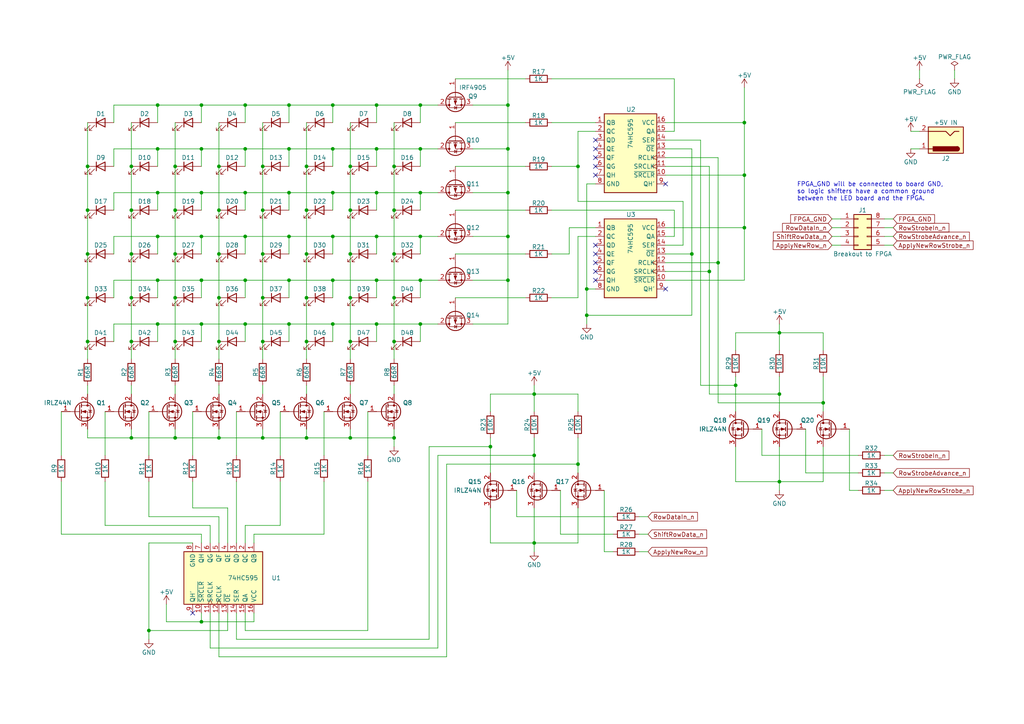
<source format=kicad_sch>
(kicad_sch (version 20230121) (generator eeschema)
  (paper "A4")
  (title_block (title "Small LED Board") (rev "1.0"))
  (lib_symbols
    (symbol "74xx:74HC595"
      (property "Reference" "U1" (at -1.27 13.97 90))
      (property "Value" "74HC595" (at 0 2.54 90))
      (symbol "74HC595_1_0"
        (pin tri_state line (at -10.16 10.16 0) (length 2.54) (name "QB") (number "1"))
        (pin input line (at 10.16 -5.08 180) (length 2.54) (name "~{SRCLR}") (number "10"))
        (pin input clock (at 10.16 -2.54 180) (length 2.54) (name "SRCLK") (number "11"))
        (pin input clock (at 10.16 0 180) (length 2.54) (name "RCLK") (number "12"))
        (pin input line (at 10.16 2.54 180) (length 2.54) (name "~{OE}") (number "13"))
        (pin input line (at 10.16 5.08 180) (length 2.54) (name "SER") (number "14"))
        (pin tri_state line (at 10.16 7.62 180) (length 2.54) (name "QA") (number "15"))
        (pin power_in line (at 10.16 10.16 180) (length 2.54) (name "VCC") (number "16"))
        (pin tri_state line (at -10.16 7.62 0) (length 2.54) (name "QC") (number "2"))
        (pin tri_state line (at -10.16 5.08 0) (length 2.54) (name "QD") (number "3"))
        (pin tri_state line (at -10.16 2.54 0) (length 2.54) (name "QE") (number "4"))
        (pin tri_state line (at -10.16 0 0) (length 2.54) (name "QF") (number "5"))
        (pin tri_state line (at -10.16 -2.54 0) (length 2.54) (name "QG") (number "6"))
        (pin tri_state line (at -10.16 -5.08 0) (length 2.54) (name "QH") (number "7"))
        (pin power_in line (at -10.16 -7.62 0) (length 2.54) (name "GND") (number "8"))
        (pin output line (at 10.16 -7.62 180) (length 2.54) (name "QH'") (number "9"))
      )
    )
    (symbol "Connector:Barrel_Jack" (pin_names (offset 1.016))
      (property "Reference" "J" (at 0 5.334 0))
      (property "Value" "Barrel_Jack" (at 0 -5.08 0))
      (symbol "Barrel_Jack_1_1"
        (pin passive line (at 7.62 2.54 180) (length 2.54) (name "~") (number "1"))
        (pin passive line (at 7.62 -2.54 180) (length 2.54) (name "~") (number "2"))
      )
    )
    (symbol "Connector_Generic:Conn_02x04_Counter_Clockwise" (pin_names (offset 1.016) hide)
      (property "Reference" "J" (at 1.27 5.08 0))
      (property "Value" "Conn_02x04_Counter_Clockwise" (at 1.27 -7.62 0))
      (symbol "Conn_02x04_Counter_Clockwise_1_1"
        (pin passive line (at -5.08 2.54 0) (length 3.81) (name "Pin_1") (number "1"))
        (pin passive line (at -5.08 0 0) (length 3.81) (name "Pin_2") (number "2"))
        (pin passive line (at -5.08 -2.54 0) (length 3.81) (name "Pin_3") (number "3"))
        (pin passive line (at -5.08 -5.08 0) (length 3.81) (name "Pin_4") (number "4"))
        (pin passive line (at 7.62 -5.08 180) (length 3.81) (name "Pin_5") (number "5"))
        (pin passive line (at 7.62 -2.54 180) (length 3.81) (name "Pin_6") (number "6"))
        (pin passive line (at 7.62 0 180) (length 3.81) (name "Pin_7") (number "7"))
        (pin passive line (at 7.62 2.54 180) (length 3.81) (name "Pin_8") (number "8"))
      )
    )
    (symbol "Device:LED" (pin_numbers hide) (pin_names (offset 1.016) hide)
      (property "Reference" "D" (at 0 2.54 0))
      (property "Value" "LED" (at 0 -2.54 0))
      (symbol "LED_1_1"
        (pin passive line (at -3.81 0 0) (length 2.54) (name "K") (number "1"))
        (pin passive line (at 3.81 0 180) (length 2.54) (name "A") (number "2"))
      )
    )
    (symbol "Device:R" (pin_numbers hide) (pin_names (offset 0))
      (property "Reference" "R" (at 2.032 0 90))
      (property "Value" "R" (at 0 0 90))
      (symbol "R_1_1"
        (pin passive line (at 0 3.81 270) (length 1.27) (name "~") (number "1"))
        (pin passive line (at 0 -3.81 90) (length 1.27) (name "~") (number "2"))
      )
    )
    (symbol "Transistor_FET:IRF4905" (pin_names hide)
      (property "Reference" "Q" (at 5.08 1.905 0))
      (property "Value" "IRF4905" (at 5.08 0 0))
      (symbol "IRF4905_1_1"
        (pin input line (at -5.08 0 0) (length 2.54) (name "G") (number "1"))
        (pin passive line (at 2.54 5.08 270) (length 2.54) (name "D") (number "2"))
        (pin passive line (at 2.54 -5.08 90) (length 2.54) (name "S") (number "3"))
      )
    )
    (symbol "Transistor_FET:IRLZ44N" (pin_names hide)
      (property "Reference" "Q" (at 6.35 1.905 0))
      (property "Value" "IRLZ44N" (at 6.35 0 0))
      (symbol "IRLZ44N_1_1"
        (pin input line (at -5.08 0 0) (length 2.54) (name "G") (number "1"))
        (pin passive line (at 2.54 5.08 270) (length 2.54) (name "D") (number "2"))
        (pin passive line (at 2.54 -5.08 90) (length 2.54) (name "S") (number "3"))
      )
    )
    (symbol "power:+5V" (power) (pin_names (offset 0))
      (property "Value" "+5V" (at 0 3.556 0))
      (symbol "+5V_1_1"
        (pin power_in line (at 0 0 90) (length 0) hide (name "+5V") (number "1"))
      )
    )
    (symbol "power:GND" (power) (pin_names (offset 0))
      (property "Value" "GND" (at 0 -3.81 0))
      (symbol "GND_1_1"
        (pin power_in line (at 0 0 270) (length 0) hide (name "GND") (number "1"))
      )
    )
    (symbol "power:PWR_FLAG" (power) (pin_numbers hide) (pin_names (offset 0) hide)
      (property "Value" "PWR_FLAG" (at 0 3.81 0))
      (symbol "PWR_FLAG_0_0"
        (pin power_out line (at 0 0 90) (length 0) (name "pwr") (number "1"))
      )
    )
  )
  (junction (at 63.5 48.26))
  (junction (at 109.22 55.88))
  (junction (at 58.42 55.88))
  (junction (at 45.72 68.58))
  (junction (at 71.12 43.18))
  (junction (at 226.06 139.7))
  (junction (at 50.8 73.66))
  (junction (at 114.3 99.06))
  (junction (at 38.1 86.36))
  (junction (at 167.64 48.26))
  (junction (at 83.82 93.98))
  (junction (at 45.72 93.98))
  (junction (at 88.9 60.96))
  (junction (at 50.8 60.96))
  (junction (at 38.1 73.66))
  (junction (at 63.5 73.66))
  (junction (at 58.42 81.28))
  (junction (at 76.2 99.06))
  (junction (at 96.52 81.28))
  (junction (at 83.82 43.18))
  (junction (at 50.8 99.06))
  (junction (at 215.9 50.8))
  (junction (at 71.12 55.88))
  (junction (at 63.5 86.36))
  (junction (at 167.64 134.62))
  (junction (at 121.92 55.88))
  (junction (at 226.06 96.52))
  (junction (at 88.9 86.36))
  (junction (at 88.9 127))
  (junction (at 71.12 68.58))
  (junction (at 58.42 30.48))
  (junction (at 38.1 60.96))
  (junction (at 45.72 81.28))
  (junction (at 71.12 30.48))
  (junction (at 96.52 43.18))
  (junction (at 147.32 68.58))
  (junction (at 147.32 43.18))
  (junction (at 109.22 43.18))
  (junction (at 114.3 86.36))
  (junction (at 170.18 91.44))
  (junction (at 154.94 114.3))
  (junction (at 25.4 86.36))
  (junction (at 50.8 48.26))
  (junction (at 109.22 30.48))
  (junction (at 208.28 76.2))
  (junction (at 83.82 55.88))
  (junction (at 109.22 68.58))
  (junction (at 83.82 30.48))
  (junction (at 71.12 81.28))
  (junction (at 109.22 93.98))
  (junction (at 63.5 60.96))
  (junction (at 88.9 48.26))
  (junction (at 238.76 116.84))
  (junction (at 50.8 127))
  (junction (at 96.52 68.58))
  (junction (at 121.92 43.18))
  (junction (at 96.52 55.88))
  (junction (at 114.3 48.26))
  (junction (at 101.6 73.66))
  (junction (at 226.06 114.3))
  (junction (at 76.2 127))
  (junction (at 63.5 99.06))
  (junction (at 101.6 48.26))
  (junction (at 38.1 127))
  (junction (at 38.1 48.26))
  (junction (at 58.42 68.58))
  (junction (at 83.82 68.58))
  (junction (at 101.6 60.96))
  (junction (at 50.8 86.36))
  (junction (at 76.2 86.36))
  (junction (at 142.24 129.54))
  (junction (at 43.18 182.88))
  (junction (at 25.4 60.96))
  (junction (at 121.92 30.48))
  (junction (at 154.94 157.48))
  (junction (at 147.32 81.28))
  (junction (at 121.92 68.58))
  (junction (at 76.2 60.96))
  (junction (at 101.6 127))
  (junction (at 88.9 73.66))
  (junction (at 114.3 60.96))
  (junction (at 215.9 35.56))
  (junction (at 101.6 86.36))
  (junction (at 101.6 99.06))
  (junction (at 121.92 93.98))
  (junction (at 154.94 132.08))
  (junction (at 71.12 93.98))
  (junction (at 45.72 43.18))
  (junction (at 215.9 66.04))
  (junction (at 96.52 93.98))
  (junction (at 170.18 83.82))
  (junction (at 38.1 99.06))
  (junction (at 45.72 30.48))
  (junction (at 58.42 93.98))
  (junction (at 58.42 43.18))
  (junction (at 63.5 127))
  (junction (at 147.32 55.88))
  (junction (at 109.22 81.28))
  (junction (at 114.3 127))
  (junction (at 25.4 73.66))
  (junction (at 58.42 180.34))
  (junction (at 205.74 78.74))
  (junction (at 114.3 73.66))
  (junction (at 88.9 99.06))
  (junction (at 96.52 30.48))
  (junction (at 25.4 48.26))
  (junction (at 45.72 55.88))
  (junction (at 121.92 81.28))
  (junction (at 213.36 111.76))
  (junction (at 76.2 73.66))
  (junction (at 147.32 30.48))
  (junction (at 25.4 99.06))
  (junction (at 200.66 73.66))
  (junction (at 83.82 81.28))
  (junction (at 76.2 48.26))
  (no_connect (at 193.04 53.34))
  (no_connect (at 172.72 45.72))
  (no_connect (at 172.72 73.66))
  (no_connect (at 172.72 81.28))
  (no_connect (at 172.72 48.26))
  (no_connect (at 172.72 76.2))
  (no_connect (at 193.04 83.82))
  (no_connect (at 172.72 78.74))
  (no_connect (at 172.72 40.64))
  (no_connect (at 172.72 43.18))
  (no_connect (at 172.72 71.12))
  (no_connect (at 172.72 50.8))
  (no_connect (at 55.88 177.8))
  (wire (pts (xy 83.82 55.88) (xy 96.52 55.88)))
  (wire (pts (xy 238.76 96.52) (xy 238.76 101.6)))
  (wire (pts (xy 109.22 86.36) (xy 109.22 81.28)))
  (wire (pts (xy 83.82 30.48) (xy 96.52 30.48)))
  (wire (pts (xy 246.38 124.46) (xy 246.38 142.24)))
  (wire (pts (xy 38.1 73.66) (xy 38.1 86.36)))
  (wire (pts (xy 25.4 48.26) (xy 25.4 60.96)))
  (wire (pts (xy 167.64 157.48) (xy 167.64 147.32)))
  (wire (pts (xy 96.52 81.28) (xy 109.22 81.28)))
  (wire (pts (xy 195.58 22.86) (xy 195.58 38.1)))
  (wire (pts (xy 38.1 35.56) (xy 38.1 48.26)))
  (wire (pts (xy 142.24 114.3) (xy 154.94 114.3)))
  (wire (pts (xy 109.22 55.88) (xy 121.92 55.88)))
  (wire (pts (xy 205.74 78.74) (xy 205.74 114.3)))
  (wire (pts (xy 154.94 132.08) (xy 154.94 137.16)))
  (wire (pts (xy 83.82 86.36) (xy 83.82 81.28)))
  (wire (pts (xy 63.5 35.56) (xy 63.5 48.26)))
  (wire (pts (xy 137.16 81.28) (xy 147.32 81.28)))
  (wire (pts (xy 38.1 48.26) (xy 38.1 60.96)))
  (wire (pts (xy 193.04 45.72) (xy 208.28 45.72)))
  (wire (pts (xy 76.2 99.06) (xy 76.2 104.14)))
  (wire (pts (xy 71.12 68.58) (xy 83.82 68.58)))
  (wire (pts (xy 71.12 60.96) (xy 71.12 55.88)))
  (wire (pts (xy 68.58 177.8) (xy 68.58 185.42)))
  (wire (pts (xy 71.12 81.28) (xy 83.82 81.28)))
  (wire (pts (xy 63.5 48.26) (xy 63.5 60.96)))
  (wire (pts (xy 38.1 127) (xy 38.1 124.46)))
  (wire (pts (xy 121.92 30.48) (xy 127 30.48)))
  (wire (pts (xy 160.02 22.86) (xy 195.58 22.86)))
  (wire (pts (xy 63.5 190.5) (xy 129.54 190.5)))
  (wire (pts (xy 109.22 35.56) (xy 109.22 30.48)))
  (wire (pts (xy 83.82 48.26) (xy 83.82 43.18)))
  (wire (pts (xy 45.72 86.36) (xy 45.72 81.28)))
  (wire (pts (xy 43.18 149.86) (xy 63.5 149.86)))
  (wire (pts (xy 43.18 119.38) (xy 43.18 132.08)))
  (wire (pts (xy 60.96 152.4) (xy 30.48 152.4)))
  (wire (pts (xy 66.04 177.8) (xy 66.04 182.88)))
  (wire (pts (xy 142.24 119.38) (xy 142.24 114.3)))
  (wire (pts (xy 76.2 73.66) (xy 76.2 86.36)))
  (wire (pts (xy 45.72 68.58) (xy 58.42 68.58)))
  (wire (pts (xy 109.22 68.58) (xy 121.92 68.58)))
  (wire (pts (xy 68.58 119.38) (xy 68.58 132.08)))
  (wire (pts (xy 172.72 53.34) (xy 170.18 53.34)))
  (wire (pts (xy 83.82 35.56) (xy 83.82 30.48)))
  (wire (pts (xy 50.8 86.36) (xy 50.8 99.06)))
  (wire (pts (xy 88.9 127) (xy 88.9 124.46)))
  (wire (pts (xy 83.82 99.06) (xy 83.82 93.98)))
  (wire (pts (xy 30.48 119.38) (xy 30.48 132.08)))
  (wire (pts (xy 121.92 55.88) (xy 127 55.88)))
  (wire (pts (xy 25.4 127) (xy 38.1 127)))
  (wire (pts (xy 109.22 81.28) (xy 121.92 81.28)))
  (wire (pts (xy 121.92 93.98) (xy 127 93.98)))
  (wire (pts (xy 154.94 111.76) (xy 154.94 114.3)))
  (wire (pts (xy 193.04 43.18) (xy 200.66 43.18)))
  (wire (pts (xy 50.8 60.96) (xy 50.8 73.66)))
  (wire (pts (xy 58.42 73.66) (xy 58.42 68.58)))
  (wire (pts (xy 198.12 58.42) (xy 167.64 58.42)))
  (wire (pts (xy 33.02 60.96) (xy 33.02 55.88)))
  (wire (pts (xy 165.1 66.04) (xy 165.1 73.66)))
  (wire (pts (xy 73.66 154.94) (xy 93.98 154.94)))
  (wire (pts (xy 81.28 139.7) (xy 81.28 152.4)))
  (wire (pts (xy 162.56 154.94) (xy 177.8 154.94)))
  (wire (pts (xy 167.64 127) (xy 167.64 134.62)))
  (wire (pts (xy 50.8 111.76) (xy 50.8 114.3)))
  (wire (pts (xy 170.18 83.82) (xy 172.72 83.82)))
  (wire (pts (xy 208.28 116.84) (xy 238.76 116.84)))
  (wire (pts (xy 147.32 93.98) (xy 147.32 81.28)))
  (wire (pts (xy 147.32 68.58) (xy 147.32 55.88)))
  (wire (pts (xy 25.4 73.66) (xy 25.4 86.36)))
  (wire (pts (xy 124.46 129.54) (xy 142.24 129.54)))
  (wire (pts (xy 50.8 48.26) (xy 50.8 60.96)))
  (wire (pts (xy 193.04 78.74) (xy 205.74 78.74)))
  (wire (pts (xy 96.52 68.58) (xy 109.22 68.58)))
  (wire (pts (xy 226.06 139.7) (xy 238.76 139.7)))
  (wire (pts (xy 154.94 157.48) (xy 167.64 157.48)))
  (wire (pts (xy 71.12 99.06) (xy 71.12 93.98)))
  (wire (pts (xy 193.04 48.26) (xy 205.74 48.26)))
  (wire (pts (xy 43.18 182.88) (xy 43.18 185.42)))
  (wire (pts (xy 50.8 99.06) (xy 50.8 104.14)))
  (wire (pts (xy 276.86 22.86) (xy 276.86 20.32)))
  (wire (pts (xy 200.66 73.66) (xy 200.66 91.44)))
  (wire (pts (xy 101.6 35.56) (xy 101.6 48.26)))
  (wire (pts (xy 76.2 60.96) (xy 76.2 73.66)))
  (wire (pts (xy 160.02 35.56) (xy 172.72 35.56)))
  (wire (pts (xy 71.12 152.4) (xy 81.28 152.4)))
  (wire (pts (xy 121.92 60.96) (xy 121.92 55.88)))
  (wire (pts (xy 83.82 60.96) (xy 83.82 55.88)))
  (wire (pts (xy 48.26 175.26) (xy 48.26 180.34)))
  (wire (pts (xy 203.2 111.76) (xy 213.36 111.76)))
  (wire (pts (xy 48.26 180.34) (xy 58.42 180.34)))
  (wire (pts (xy 137.16 30.48) (xy 147.32 30.48)))
  (wire (pts (xy 213.36 96.52) (xy 226.06 96.52)))
  (wire (pts (xy 101.6 111.76) (xy 101.6 114.3)))
  (wire (pts (xy 17.78 154.94) (xy 58.42 154.94)))
  (wire (pts (xy 96.52 30.48) (xy 109.22 30.48)))
  (wire (pts (xy 58.42 68.58) (xy 71.12 68.58)))
  (wire (pts (xy 83.82 43.18) (xy 96.52 43.18)))
  (wire (pts (xy 167.64 114.3) (xy 167.64 119.38)))
  (wire (pts (xy 137.16 68.58) (xy 147.32 68.58)))
  (wire (pts (xy 63.5 60.96) (xy 63.5 73.66)))
  (wire (pts (xy 121.92 99.06) (xy 121.92 93.98)))
  (wire (pts (xy 193.04 71.12) (xy 198.12 71.12)))
  (wire (pts (xy 193.04 76.2) (xy 208.28 76.2)))
  (wire (pts (xy 45.72 55.88) (xy 58.42 55.88)))
  (wire (pts (xy 101.6 99.06) (xy 101.6 104.14)))
  (wire (pts (xy 71.12 55.88) (xy 83.82 55.88)))
  (wire (pts (xy 193.04 73.66) (xy 200.66 73.66)))
  (wire (pts (xy 101.6 127) (xy 114.3 127)))
  (wire (pts (xy 45.72 48.26) (xy 45.72 43.18)))
  (wire (pts (xy 33.02 30.48) (xy 45.72 30.48)))
  (wire (pts (xy 43.18 182.88) (xy 66.04 182.88)))
  (wire (pts (xy 76.2 127) (xy 76.2 124.46)))
  (wire (pts (xy 76.2 127) (xy 88.9 127)))
  (wire (pts (xy 114.3 73.66) (xy 114.3 86.36)))
  (wire (pts (xy 43.18 139.7) (xy 43.18 149.86)))
  (wire (pts (xy 172.72 66.04) (xy 165.1 66.04)))
  (wire (pts (xy 167.64 134.62) (xy 167.64 137.16)))
  (wire (pts (xy 71.12 43.18) (xy 83.82 43.18)))
  (wire (pts (xy 25.4 99.06) (xy 25.4 104.14)))
  (wire (pts (xy 114.3 127) (xy 114.3 129.54)))
  (wire (pts (xy 106.68 182.88) (xy 71.12 182.88)))
  (wire (pts (xy 50.8 127) (xy 50.8 124.46)))
  (wire (pts (xy 88.9 48.26) (xy 88.9 60.96)))
  (wire (pts (xy 88.9 111.76) (xy 88.9 114.3)))
  (wire (pts (xy 96.52 86.36) (xy 96.52 81.28)))
  (wire (pts (xy 213.36 139.7) (xy 213.36 129.54)))
  (wire (pts (xy 71.12 48.26) (xy 71.12 43.18)))
  (wire (pts (xy 96.52 35.56) (xy 96.52 30.48)))
  (wire (pts (xy 73.66 157.48) (xy 73.66 154.94)))
  (wire (pts (xy 208.28 76.2) (xy 208.28 116.84)))
  (wire (pts (xy 129.54 134.62) (xy 167.64 134.62)))
  (wire (pts (xy 63.5 127) (xy 76.2 127)))
  (wire (pts (xy 63.5 86.36) (xy 63.5 99.06)))
  (wire (pts (xy 66.04 147.32) (xy 55.88 147.32)))
  (wire (pts (xy 68.58 139.7) (xy 68.58 157.48)))
  (wire (pts (xy 238.76 116.84) (xy 238.76 119.38)))
  (wire (pts (xy 147.32 55.88) (xy 147.32 43.18)))
  (wire (pts (xy 96.52 99.06) (xy 96.52 93.98)))
  (wire (pts (xy 266.7 38.1) (xy 264.16 38.1)))
  (wire (pts (xy 50.8 73.66) (xy 50.8 86.36)))
  (wire (pts (xy 154.94 114.3) (xy 154.94 119.38)))
  (wire (pts (xy 60.96 187.96) (xy 127 187.96)))
  (wire (pts (xy 167.64 68.58) (xy 167.64 86.36)))
  (wire (pts (xy 154.94 147.32) (xy 154.94 157.48)))
  (wire (pts (xy 17.78 139.7) (xy 17.78 154.94)))
  (wire (pts (xy 226.06 129.54) (xy 226.06 139.7)))
  (wire (pts (xy 58.42 93.98) (xy 71.12 93.98)))
  (wire (pts (xy 132.08 35.56) (xy 152.4 35.56)))
  (wire (pts (xy 43.18 157.48) (xy 43.18 182.88)))
  (wire (pts (xy 162.56 142.24) (xy 162.56 154.94)))
  (wire (pts (xy 101.6 73.66) (xy 101.6 86.36)))
  (wire (pts (xy 63.5 149.86) (xy 63.5 157.48)))
  (wire (pts (xy 88.9 73.66) (xy 88.9 86.36)))
  (wire (pts (xy 76.2 86.36) (xy 76.2 99.06)))
  (wire (pts (xy 215.9 81.28) (xy 215.9 66.04)))
  (wire (pts (xy 142.24 129.54) (xy 142.24 137.16)))
  (wire (pts (xy 172.72 38.1) (xy 167.64 38.1)))
  (wire (pts (xy 121.92 35.56) (xy 121.92 30.48)))
  (wire (pts (xy 215.9 50.8) (xy 215.9 66.04)))
  (wire (pts (xy 71.12 86.36) (xy 71.12 81.28)))
  (wire (pts (xy 68.58 185.42) (xy 124.46 185.42)))
  (wire (pts (xy 33.02 73.66) (xy 33.02 68.58)))
  (wire (pts (xy 114.3 99.06) (xy 114.3 104.14)))
  (wire (pts (xy 106.68 119.38) (xy 106.68 132.08)))
  (wire (pts (xy 154.94 157.48) (xy 142.24 157.48)))
  (wire (pts (xy 147.32 81.28) (xy 147.32 68.58)))
  (wire (pts (xy 170.18 53.34) (xy 170.18 83.82)))
  (wire (pts (xy 76.2 111.76) (xy 76.2 114.3)))
  (wire (pts (xy 58.42 35.56) (xy 58.42 30.48)))
  (wire (pts (xy 71.12 93.98) (xy 83.82 93.98)))
  (wire (pts (xy 101.6 86.36) (xy 101.6 99.06)))
  (wire (pts (xy 154.94 127) (xy 154.94 132.08)))
  (wire (pts (xy 38.1 60.96) (xy 38.1 73.66)))
  (wire (pts (xy 58.42 81.28) (xy 71.12 81.28)))
  (wire (pts (xy 226.06 96.52) (xy 238.76 96.52)))
  (wire (pts (xy 33.02 48.26) (xy 33.02 43.18)))
  (wire (pts (xy 71.12 35.56) (xy 71.12 30.48)))
  (wire (pts (xy 33.02 43.18) (xy 45.72 43.18)))
  (wire (pts (xy 238.76 109.22) (xy 238.76 116.84)))
  (wire (pts (xy 33.02 99.06) (xy 33.02 93.98)))
  (wire (pts (xy 226.06 139.7) (xy 226.06 142.24)))
  (wire (pts (xy 256.54 132.08) (xy 259.08 132.08)))
  (wire (pts (xy 33.02 68.58) (xy 45.72 68.58)))
  (wire (pts (xy 198.12 58.42) (xy 198.12 71.12)))
  (wire (pts (xy 38.1 99.06) (xy 38.1 104.14)))
  (wire (pts (xy 58.42 180.34) (xy 73.66 180.34)))
  (wire (pts (xy 43.18 157.48) (xy 55.88 157.48)))
  (wire (pts (xy 226.06 139.7) (xy 213.36 139.7)))
  (wire (pts (xy 63.5 111.76) (xy 63.5 114.3)))
  (wire (pts (xy 256.54 71.12) (xy 259.08 71.12)))
  (wire (pts (xy 241.3 63.5) (xy 243.84 63.5)))
  (wire (pts (xy 96.52 48.26) (xy 96.52 43.18)))
  (wire (pts (xy 193.04 81.28) (xy 215.9 81.28)))
  (wire (pts (xy 266.7 22.86) (xy 266.7 20.32)))
  (wire (pts (xy 193.04 50.8) (xy 215.9 50.8)))
  (wire (pts (xy 55.88 119.38) (xy 55.88 132.08)))
  (wire (pts (xy 215.9 25.4) (xy 215.9 35.56)))
  (wire (pts (xy 63.5 73.66) (xy 63.5 86.36)))
  (wire (pts (xy 121.92 73.66) (xy 121.92 68.58)))
  (wire (pts (xy 50.8 127) (xy 63.5 127)))
  (wire (pts (xy 147.32 43.18) (xy 147.32 30.48)))
  (wire (pts (xy 226.06 109.22) (xy 226.06 114.3)))
  (wire (pts (xy 45.72 93.98) (xy 58.42 93.98)))
  (wire (pts (xy 246.38 142.24) (xy 248.92 142.24)))
  (wire (pts (xy 106.68 139.7) (xy 106.68 182.88)))
  (wire (pts (xy 114.3 48.26) (xy 114.3 60.96)))
  (wire (pts (xy 215.9 35.56) (xy 215.9 50.8)))
  (wire (pts (xy 256.54 63.5) (xy 259.08 63.5)))
  (wire (pts (xy 200.66 91.44) (xy 170.18 91.44)))
  (wire (pts (xy 96.52 43.18) (xy 109.22 43.18)))
  (wire (pts (xy 142.24 157.48) (xy 142.24 147.32)))
  (wire (pts (xy 60.96 157.48) (xy 60.96 152.4)))
  (wire (pts (xy 193.04 35.56) (xy 215.9 35.56)))
  (wire (pts (xy 30.48 139.7) (xy 30.48 152.4)))
  (wire (pts (xy 208.28 45.72) (xy 208.28 76.2)))
  (wire (pts (xy 58.42 30.48) (xy 71.12 30.48)))
  (wire (pts (xy 38.1 127) (xy 50.8 127)))
  (wire (pts (xy 233.68 124.46) (xy 233.68 137.16)))
  (wire (pts (xy 25.4 35.56) (xy 25.4 48.26)))
  (wire (pts (xy 154.94 157.48) (xy 154.94 160.02)))
  (wire (pts (xy 114.3 111.76) (xy 114.3 114.3)))
  (wire (pts (xy 127 132.08) (xy 154.94 132.08)))
  (wire (pts (xy 241.3 68.58) (xy 243.84 68.58)))
  (wire (pts (xy 25.4 127) (xy 25.4 124.46)))
  (wire (pts (xy 38.1 86.36) (xy 38.1 99.06)))
  (wire (pts (xy 55.88 139.7) (xy 55.88 147.32)))
  (wire (pts (xy 71.12 157.48) (xy 71.12 152.4)))
  (wire (pts (xy 241.3 66.04) (xy 243.84 66.04)))
  (wire (pts (xy 25.4 60.96) (xy 25.4 73.66)))
  (wire (pts (xy 96.52 60.96) (xy 96.52 55.88)))
  (wire (pts (xy 109.22 73.66) (xy 109.22 68.58)))
  (wire (pts (xy 109.22 99.06) (xy 109.22 93.98)))
  (wire (pts (xy 76.2 48.26) (xy 76.2 60.96)))
  (wire (pts (xy 58.42 55.88) (xy 71.12 55.88)))
  (wire (pts (xy 132.08 22.86) (xy 152.4 22.86)))
  (wire (pts (xy 83.82 68.58) (xy 96.52 68.58)))
  (wire (pts (xy 142.24 127) (xy 142.24 129.54)))
  (wire (pts (xy 256.54 66.04) (xy 259.08 66.04)))
  (wire (pts (xy 33.02 86.36) (xy 33.02 81.28)))
  (wire (pts (xy 238.76 139.7) (xy 238.76 129.54)))
  (wire (pts (xy 96.52 73.66) (xy 96.52 68.58)))
  (wire (pts (xy 256.54 137.16) (xy 259.08 137.16)))
  (wire (pts (xy 195.58 68.58) (xy 195.58 60.96)))
  (wire (pts (xy 200.66 73.66) (xy 200.66 43.18)))
  (wire (pts (xy 121.92 43.18) (xy 121.92 48.26)))
  (wire (pts (xy 58.42 177.8) (xy 58.42 180.34)))
  (wire (pts (xy 45.72 35.56) (xy 45.72 30.48)))
  (wire (pts (xy 63.5 99.06) (xy 63.5 104.14)))
  (wire (pts (xy 220.98 132.08) (xy 248.92 132.08)))
  (wire (pts (xy 172.72 68.58) (xy 167.64 68.58)))
  (wire (pts (xy 60.96 177.8) (xy 60.96 187.96)))
  (wire (pts (xy 121.92 43.18) (xy 127 43.18)))
  (wire (pts (xy 127 187.96) (xy 127 132.08)))
  (wire (pts (xy 63.5 127) (xy 63.5 124.46)))
  (wire (pts (xy 114.3 86.36) (xy 114.3 99.06)))
  (wire (pts (xy 132.08 86.36) (xy 152.4 86.36)))
  (wire (pts (xy 215.9 66.04) (xy 193.04 66.04)))
  (wire (pts (xy 109.22 60.96) (xy 109.22 55.88)))
  (wire (pts (xy 154.94 114.3) (xy 167.64 114.3)))
  (wire (pts (xy 58.42 60.96) (xy 58.42 55.88)))
  (wire (pts (xy 33.02 55.88) (xy 45.72 55.88)))
  (wire (pts (xy 81.28 119.38) (xy 81.28 132.08)))
  (wire (pts (xy 185.42 160.02) (xy 187.96 160.02)))
  (wire (pts (xy 193.04 40.64) (xy 203.2 40.64)))
  (wire (pts (xy 58.42 86.36) (xy 58.42 81.28)))
  (wire (pts (xy 137.16 55.88) (xy 147.32 55.88)))
  (wire (pts (xy 96.52 55.88) (xy 109.22 55.88)))
  (wire (pts (xy 45.72 60.96) (xy 45.72 55.88)))
  (wire (pts (xy 45.72 73.66) (xy 45.72 68.58)))
  (wire (pts (xy 205.74 114.3) (xy 226.06 114.3)))
  (wire (pts (xy 109.22 30.48) (xy 121.92 30.48)))
  (wire (pts (xy 96.52 93.98) (xy 109.22 93.98)))
  (wire (pts (xy 25.4 86.36) (xy 25.4 99.06)))
  (wire (pts (xy 167.64 86.36) (xy 160.02 86.36)))
  (wire (pts (xy 137.16 43.18) (xy 147.32 43.18)))
  (wire (pts (xy 121.92 81.28) (xy 127 81.28)))
  (wire (pts (xy 93.98 119.38) (xy 93.98 132.08)))
  (wire (pts (xy 132.08 48.26) (xy 152.4 48.26)))
  (wire (pts (xy 175.26 142.24) (xy 175.26 160.02)))
  (wire (pts (xy 233.68 137.16) (xy 248.92 137.16)))
  (wire (pts (xy 167.64 38.1) (xy 167.64 48.26)))
  (wire (pts (xy 266.7 43.18) (xy 264.16 43.18)))
  (wire (pts (xy 114.3 124.46) (xy 114.3 127)))
  (wire (pts (xy 17.78 119.38) (xy 17.78 132.08)))
  (wire (pts (xy 137.16 93.98) (xy 147.32 93.98)))
  (wire (pts (xy 121.92 68.58) (xy 127 68.58)))
  (wire (pts (xy 226.06 96.52) (xy 226.06 101.6)))
  (wire (pts (xy 129.54 190.5) (xy 129.54 134.62)))
  (wire (pts (xy 193.04 68.58) (xy 195.58 68.58)))
  (wire (pts (xy 203.2 40.64) (xy 203.2 111.76)))
  (wire (pts (xy 71.12 30.48) (xy 83.82 30.48)))
  (wire (pts (xy 45.72 99.06) (xy 45.72 93.98)))
  (wire (pts (xy 226.06 114.3) (xy 226.06 119.38)))
  (wire (pts (xy 50.8 35.56) (xy 50.8 48.26)))
  (wire (pts (xy 213.36 111.76) (xy 213.36 119.38)))
  (wire (pts (xy 58.42 48.26) (xy 58.42 43.18)))
  (wire (pts (xy 149.86 149.86) (xy 177.8 149.86)))
  (wire (pts (xy 83.82 73.66) (xy 83.82 68.58)))
  (wire (pts (xy 213.36 109.22) (xy 213.36 111.76)))
  (wire (pts (xy 195.58 38.1) (xy 193.04 38.1)))
  (wire (pts (xy 58.42 99.06) (xy 58.42 93.98)))
  (wire (pts (xy 132.08 73.66) (xy 152.4 73.66)))
  (wire (pts (xy 160.02 73.66) (xy 165.1 73.66)))
  (wire (pts (xy 256.54 142.24) (xy 259.08 142.24)))
  (wire (pts (xy 38.1 111.76) (xy 38.1 114.3)))
  (wire (pts (xy 205.74 48.26) (xy 205.74 78.74)))
  (wire (pts (xy 149.86 142.24) (xy 149.86 149.86)))
  (wire (pts (xy 167.64 58.42) (xy 167.64 48.26)))
  (wire (pts (xy 160.02 60.96) (xy 195.58 60.96)))
  (wire (pts (xy 71.12 182.88) (xy 71.12 177.8)))
  (wire (pts (xy 114.3 35.56) (xy 114.3 48.26)))
  (wire (pts (xy 88.9 86.36) (xy 88.9 99.06)))
  (wire (pts (xy 76.2 35.56) (xy 76.2 48.26)))
  (wire (pts (xy 109.22 48.26) (xy 109.22 43.18)))
  (wire (pts (xy 33.02 81.28) (xy 45.72 81.28)))
  (wire (pts (xy 45.72 43.18) (xy 58.42 43.18)))
  (wire (pts (xy 114.3 60.96) (xy 114.3 73.66)))
  (wire (pts (xy 88.9 35.56) (xy 88.9 48.26)))
  (wire (pts (xy 160.02 48.26) (xy 167.64 48.26)))
  (wire (pts (xy 185.42 149.86) (xy 187.96 149.86)))
  (wire (pts (xy 33.02 93.98) (xy 45.72 93.98)))
  (wire (pts (xy 93.98 139.7) (xy 93.98 154.94)))
  (wire (pts (xy 58.42 43.18) (xy 71.12 43.18)))
  (wire (pts (xy 33.02 35.56) (xy 33.02 30.48)))
  (wire (pts (xy 66.04 157.48) (xy 66.04 147.32)))
  (wire (pts (xy 121.92 86.36) (xy 121.92 81.28)))
  (wire (pts (xy 88.9 127) (xy 101.6 127)))
  (wire (pts (xy 101.6 127) (xy 101.6 124.46)))
  (wire (pts (xy 109.22 43.18) (xy 121.92 43.18)))
  (wire (pts (xy 185.42 154.94) (xy 187.96 154.94)))
  (wire (pts (xy 170.18 83.82) (xy 170.18 91.44)))
  (wire (pts (xy 147.32 30.48) (xy 147.32 20.32)))
  (wire (pts (xy 213.36 101.6) (xy 213.36 96.52)))
  (wire (pts (xy 88.9 60.96) (xy 88.9 73.66)))
  (wire (pts (xy 88.9 99.06) (xy 88.9 104.14)))
  (wire (pts (xy 256.54 68.58) (xy 259.08 68.58)))
  (wire (pts (xy 220.98 124.46) (xy 220.98 132.08)))
  (wire (pts (xy 58.42 154.94) (xy 58.42 157.48)))
  (wire (pts (xy 175.26 160.02) (xy 177.8 160.02)))
  (wire (pts (xy 83.82 93.98) (xy 96.52 93.98)))
  (wire (pts (xy 45.72 30.48) (xy 58.42 30.48)))
  (wire (pts (xy 241.3 71.12) (xy 243.84 71.12)))
  (wire (pts (xy 83.82 81.28) (xy 96.52 81.28)))
  (wire (pts (xy 109.22 93.98) (xy 121.92 93.98)))
  (wire (pts (xy 101.6 60.96) (xy 101.6 73.66)))
  (wire (pts (xy 132.08 60.96) (xy 152.4 60.96)))
  (wire (pts (xy 71.12 73.66) (xy 71.12 68.58)))
  (wire (pts (xy 73.66 177.8) (xy 73.66 180.34)))
  (wire (pts (xy 45.72 81.28) (xy 58.42 81.28)))
  (wire (pts (xy 226.06 93.98) (xy 226.06 96.52)))
  (wire (pts (xy 170.18 91.44) (xy 170.18 93.98)))
  (wire (pts (xy 124.46 185.42) (xy 124.46 129.54)))
  (wire (pts (xy 25.4 111.76) (xy 25.4 114.3)))
  (wire (pts (xy 63.5 177.8) (xy 63.5 190.5)))
  (wire (pts (xy 101.6 48.26) (xy 101.6 60.96)))
  (text "FPGA_GND will be connected to board GND,\nso logic shifters have a common ground\nbetween the LED board and the FPGA." (at 231.14 58.42 0) (effects (font (size 1.27 1.27)) (justify left bottom)))
  (global_label "ApplyNewRowStrobe_n" (shape input) (at 259.08 71.12 0) (property "Intersheetrefs" "${INTERSHEET_REFS}" (effects hide)))
  (global_label "ApplyNewRowStrobe_n" (shape input) (at 259.08 142.24 0) (property "Intersheetrefs" "${INTERSHEET_REFS}" (effects hide)))
  (global_label "ShiftRowData_n" (shape input) (at 187.96 154.94 0) (property "Intersheetrefs" "${INTERSHEET_REFS}" (effects hide)))
  (global_label "FPGA_GND" (shape input) (at 241.3 63.5 180) (property "Intersheetrefs" "${INTERSHEET_REFS}" (effects hide)))
  (global_label "RowDataIn_n" (shape input) (at 187.96 149.86 0) (property "Intersheetrefs" "${INTERSHEET_REFS}" (effects hide)))
  (global_label "FPGA_GND" (shape input) (at 259.08 63.5 0) (property "Intersheetrefs" "${INTERSHEET_REFS}" (effects hide)))
  (global_label "RowDataIn_n" (shape input) (at 241.3 66.04 180) (property "Intersheetrefs" "${INTERSHEET_REFS}" (effects hide)))
  (global_label "RowStrobeAdvance_n" (shape input) (at 259.08 68.58 0) (property "Intersheetrefs" "${INTERSHEET_REFS}" (effects hide)))
  (global_label "RowStrobeAdvance_n" (shape input) (at 259.08 137.16 0) (property "Intersheetrefs" "${INTERSHEET_REFS}" (effects hide)))
  (global_label "RowStrobeIn_n" (shape input) (at 259.08 132.08 0) (property "Intersheetrefs" "${INTERSHEET_REFS}" (effects hide)))
  (global_label "RowStrobeIn_n" (shape input) (at 259.08 66.04 0) (property "Intersheetrefs" "${INTERSHEET_REFS}" (effects hide)))
  (global_label "ShiftRowData_n" (shape input) (at 241.3 68.58 180) (property "Intersheetrefs" "${INTERSHEET_REFS}" (effects hide)))
  (global_label "ApplyNewRow_n" (shape input) (at 241.3 71.12 180) (property "Intersheetrefs" "${INTERSHEET_REFS}" (effects hide)))
  (global_label "ApplyNewRow_n" (shape input) (at 187.96 160.02 0) (property "Intersheetrefs" "${INTERSHEET_REFS}" (effects hide)))
  (symbol (lib_id "Device:R") (at 213.36 105.41 180) (unit 1)
    (property "Reference" "R29" (at 211.328 105.41 90))
    (property "Value" "10K" (at 213.36 105.41 90))
    (property "Footprint" "Resistor_THT:R_Axial_DIN0207_L6.3mm_D2.5mm_P7.62mm_Horizontal" (effects hide))
  )
  (symbol (lib_id "Device:R") (at 156.21 35.56 90) (unit 1)
    (property "Reference" "R18" (at 156.21 33.528 90))
    (property "Value" "1K" (at 156.21 35.56 90))
    (property "Footprint" "Resistor_THT:R_Axial_DIN0207_L6.3mm_D2.5mm_P7.62mm_Horizontal" (effects hide))
  )
  (symbol (lib_id "Transistor_FET:IRLZ44N") (at 170.18 142.24 0) (mirror y) (unit 1)
    (property "Reference" "Q17" (at 165.1 139.7 0) (effects (justify left)))
    (property "Value" "IRLZ44N" (effects hide))
    (property "Footprint" "Package_TO_SOT_THT:TO-220-3_Vertical" (effects hide))
    (property "Datasheet" "http://www.irf.com/product-info/datasheets/data/irlz44n.pdf" (effects hide))
  )
  (symbol (lib_id "Device:LED") (at 105.41 48.26 0) (unit 1)
    (property "Reference" "D15" (at 105.41 45.72 0))
    (property "Value" "LED" (effects hide))
    (property "Footprint" "LED_THT:LED_D5.0mm" (effects hide))
  )
  (symbol (lib_id "Transistor_FET:IRF4905") (at 132.08 53.34 90) (mirror x) (unit 1)
    (property "Reference" "Q11" (at 137.16 53.34 90))
    (property "Value" "IRF4905" (effects hide))
    (property "Footprint" "Package_TO_SOT_THT:TO-220-3_Vertical" (effects hide))
    (property "Datasheet" "http://www.infineon.com/dgdl/irf4905.pdf?fileId=5546d462533600a4015355e32165197c" (effects hide))
  )
  (symbol (lib_id "power:GND") (at 43.18 185.42 0) (unit 1)
    (property "Reference" "#PWR02" (effects hide))
    (property "Value" "GND" (at 43.18 189.23 0))
  )
  (symbol (lib_id "Device:LED") (at 92.71 48.26 0) (unit 1)
    (property "Reference" "D14" (at 92.71 45.72 0))
    (property "Value" "LED" (effects hide))
    (property "Footprint" "LED_THT:LED_D5.0mm" (effects hide))
  )
  (symbol (lib_id "Device:R") (at 252.73 137.16 90) (unit 1)
    (property "Reference" "R33" (at 252.73 135.128 90))
    (property "Value" "1K" (at 252.73 137.16 90))
    (property "Footprint" "Resistor_THT:R_Axial_DIN0207_L6.3mm_D2.5mm_P7.62mm_Horizontal" (effects hide))
  )
  (symbol (lib_id "Device:LED") (at 29.21 86.36 0) (unit 1)
    (property "Reference" "D33" (at 29.21 83.82 0))
    (property "Value" "LED" (effects hide))
    (property "Footprint" "LED_THT:LED_D5.0mm" (effects hide))
  )
  (symbol (lib_id "Device:LED") (at 80.01 35.56 0) (unit 1)
    (property "Reference" "D5" (at 80.01 33.02 0))
    (property "Value" "LED" (effects hide))
    (property "Footprint" "LED_THT:LED_D5.0mm" (effects hide))
  )
  (symbol (lib_id "Device:LED") (at 67.31 60.96 0) (unit 1)
    (property "Reference" "D20" (at 67.31 58.42 0))
    (property "Value" "LED" (effects hide))
    (property "Footprint" "LED_THT:LED_D5.0mm" (effects hide))
  )
  (symbol (lib_id "Device:LED") (at 92.71 99.06 0) (unit 1)
    (property "Reference" "D46" (at 92.71 96.52 0))
    (property "Value" "LED" (effects hide))
    (property "Footprint" "LED_THT:LED_D5.0mm" (effects hide))
  )
  (symbol (lib_id "Device:LED") (at 105.41 35.56 0) (unit 1)
    (property "Reference" "D7" (at 105.41 33.02 0))
    (property "Value" "LED" (effects hide))
    (property "Footprint" "LED_THT:LED_D5.0mm" (effects hide))
  )
  (symbol (lib_id "power:PWR_FLAG") (at 276.86 20.32 0) (unit 1)
    (property "Reference" "#FLG02" (effects hide))
    (property "Value" "PWR_FLAG" (at 276.86 16.51 0))
  )
  (symbol (lib_id "Device:R") (at 154.94 123.19 180) (unit 1)
    (property "Reference" "R24" (at 152.908 123.19 90))
    (property "Value" "10K" (at 154.94 123.19 90))
    (property "Footprint" "Resistor_THT:R_Axial_DIN0207_L6.3mm_D2.5mm_P7.62mm_Horizontal" (effects hide))
  )
  (symbol (lib_id "Device:LED") (at 92.71 86.36 0) (unit 1)
    (property "Reference" "D38" (at 92.71 83.82 0))
    (property "Value" "LED" (effects hide))
    (property "Footprint" "LED_THT:LED_D5.0mm" (effects hide))
  )
  (symbol (lib_id "Transistor_FET:IRLZ44N") (at 73.66 119.38 0) (unit 1)
    (property "Reference" "Q5" (at 78.74 116.84 0) (effects (justify left)))
    (property "Value" "IRLZ44N" (effects hide))
    (property "Footprint" "Package_TO_SOT_THT:TO-220-3_Vertical" (effects hide))
    (property "Datasheet" "http://www.irf.com/product-info/datasheets/data/irlz44n.pdf" (effects hide))
  )
  (symbol (lib_id "Device:LED") (at 41.91 48.26 0) (unit 1)
    (property "Reference" "D10" (at 41.91 45.72 0))
    (property "Value" "LED" (effects hide))
    (property "Footprint" "LED_THT:LED_D5.0mm" (effects hide))
  )
  (symbol (lib_id "Device:LED") (at 80.01 99.06 0) (unit 1)
    (property "Reference" "D45" (at 80.01 96.52 0))
    (property "Value" "LED" (effects hide))
    (property "Footprint" "LED_THT:LED_D5.0mm" (effects hide))
  )
  (symbol (lib_id "Device:LED") (at 54.61 48.26 0) (unit 1)
    (property "Reference" "D11" (at 54.61 45.72 0))
    (property "Value" "LED" (effects hide))
    (property "Footprint" "LED_THT:LED_D5.0mm" (effects hide))
  )
  (symbol (lib_id "Device:R") (at 156.21 48.26 90) (unit 1)
    (property "Reference" "R19" (at 156.21 46.228 90))
    (property "Value" "1K" (at 156.21 48.26 90))
    (property "Footprint" "Resistor_THT:R_Axial_DIN0207_L6.3mm_D2.5mm_P7.62mm_Horizontal" (effects hide))
  )
  (symbol (lib_id "power:+5V") (at 48.26 175.26 0) (unit 1)
    (property "Reference" "#PWR04" (effects hide))
    (property "Value" "+5V" (at 48.26 171.704 0))
  )
  (symbol (lib_id "Device:LED") (at 118.11 73.66 0) (unit 1)
    (property "Reference" "D32" (at 118.11 71.12 0))
    (property "Value" "LED" (effects hide))
    (property "Footprint" "LED_THT:LED_D5.0mm" (effects hide))
  )
  (symbol (lib_id "Transistor_FET:IRLZ44N") (at 86.36 119.38 0) (unit 1)
    (property "Reference" "Q6" (at 91.44 116.84 0) (effects (justify left)))
    (property "Value" "IRLZ44N" (effects hide))
    (property "Footprint" "Package_TO_SOT_THT:TO-220-3_Vertical" (effects hide))
    (property "Datasheet" "http://www.irf.com/product-info/datasheets/data/irlz44n.pdf" (effects hide))
  )
  (symbol (lib_id "Device:R") (at 114.3 107.95 180) (unit 1)
    (property "Reference" "R8" (at 112.268 107.95 90))
    (property "Value" "66R" (at 114.3 107.95 90))
    (property "Footprint" "Resistor_THT:R_Axial_DIN0207_L6.3mm_D2.5mm_P7.62mm_Horizontal" (effects hide))
  )
  (symbol (lib_id "power:PWR_FLAG") (at 266.7 22.86 180) (unit 1)
    (property "Reference" "#FLG01" (effects hide))
    (property "Value" "PWR_FLAG" (at 266.7 26.67 0))
  )
  (symbol (lib_id "power:+5V") (at 266.7 20.32 0) (unit 1)
    (property "Reference" "#PWR05" (effects hide))
    (property "Value" "+5V" (at 266.7 16.764 0))
  )
  (symbol (lib_id "Device:LED") (at 41.91 35.56 0) (unit 1)
    (property "Reference" "D2" (at 41.91 33.02 0))
    (property "Value" "LED" (effects hide))
    (property "Footprint" "LED_THT:LED_D5.0mm" (effects hide))
  )
  (symbol (lib_id "power:+5V") (at 226.06 93.98 0) (unit 1)
    (property "Reference" "#PWR010" (effects hide))
    (property "Value" "+5V" (at 226.06 90.424 0))
  )
  (symbol (lib_id "Device:LED") (at 67.31 99.06 0) (unit 1)
    (property "Reference" "D44" (at 67.31 96.52 0))
    (property "Value" "LED" (effects hide))
    (property "Footprint" "LED_THT:LED_D5.0mm" (effects hide))
  )
  (symbol (lib_id "Device:R") (at 142.24 123.19 180) (unit 1)
    (property "Reference" "R23" (at 140.208 123.19 90))
    (property "Value" "10K" (at 142.24 123.19 90))
    (property "Footprint" "Resistor_THT:R_Axial_DIN0207_L6.3mm_D2.5mm_P7.62mm_Horizontal" (effects hide))
  )
  (symbol (lib_id "Device:R") (at 50.8 107.95 180) (unit 1)
    (property "Reference" "R3" (at 48.768 107.95 90))
    (property "Value" "66R" (at 50.8 107.95 90))
    (property "Footprint" "Resistor_THT:R_Axial_DIN0207_L6.3mm_D2.5mm_P7.62mm_Horizontal" (effects hide))
  )
  (symbol (lib_id "Device:R") (at 55.88 135.89 180) (unit 1)
    (property "Reference" "R12" (at 53.848 135.89 90))
    (property "Value" "1K" (at 55.88 135.89 90))
    (property "Footprint" "Resistor_THT:R_Axial_DIN0207_L6.3mm_D2.5mm_P7.62mm_Horizontal" (effects hide))
  )
  (symbol (lib_id "Device:LED") (at 67.31 35.56 0) (unit 1)
    (property "Reference" "D4" (at 67.31 33.02 0))
    (property "Value" "LED" (effects hide))
    (property "Footprint" "LED_THT:LED_D5.0mm" (effects hide))
  )
  (symbol (lib_id "Device:R") (at 38.1 107.95 180) (unit 1)
    (property "Reference" "R2" (at 36.068 107.95 90))
    (property "Value" "66R" (at 38.1 107.95 90))
    (property "Footprint" "Resistor_THT:R_Axial_DIN0207_L6.3mm_D2.5mm_P7.62mm_Horizontal" (effects hide))
  )
  (symbol (lib_id "Transistor_FET:IRLZ44N") (at 60.96 119.38 0) (unit 1)
    (property "Reference" "Q4" (at 66.04 116.84 0) (effects (justify left)))
    (property "Value" "IRLZ44N" (effects hide))
    (property "Footprint" "Package_TO_SOT_THT:TO-220-3_Vertical" (effects hide))
    (property "Datasheet" "http://www.irf.com/product-info/datasheets/data/irlz44n.pdf" (effects hide))
  )
  (symbol (lib_id "Device:LED") (at 67.31 48.26 0) (unit 1)
    (property "Reference" "D12" (at 67.31 45.72 0))
    (property "Value" "LED" (effects hide))
    (property "Footprint" "LED_THT:LED_D5.0mm" (effects hide))
  )
  (symbol (lib_id "Transistor_FET:IRF4905") (at 132.08 78.74 90) (mirror x) (unit 1)
    (property "Reference" "Q13" (at 137.16 78.74 90))
    (property "Value" "IRF4905" (effects hide))
    (property "Footprint" "Package_TO_SOT_THT:TO-220-3_Vertical" (effects hide))
    (property "Datasheet" "http://www.infineon.com/dgdl/irf4905.pdf?fileId=5546d462533600a4015355e32165197c" (effects hide))
  )
  (symbol (lib_id "Transistor_FET:IRF4905") (at 132.08 27.94 90) (mirror x) (unit 1)
    (property "Reference" "Q9" (at 137.16 27.94 90))
    (property "Value" "IRF4905" (at 137.16 25.4 90))
    (property "Footprint" "Package_TO_SOT_THT:TO-220-3_Vertical" (effects hide))
    (property "Datasheet" "http://www.infineon.com/dgdl/irf4905.pdf?fileId=5546d462533600a4015355e32165197c" (effects hide))
  )
  (symbol (lib_id "Device:R") (at 25.4 107.95 180) (unit 1)
    (property "Reference" "R1" (at 23.368 107.95 90))
    (property "Value" "66R" (at 25.4 107.95 90))
    (property "Footprint" "Resistor_THT:R_Axial_DIN0207_L6.3mm_D2.5mm_P7.62mm_Horizontal" (effects hide))
  )
  (symbol (lib_id "Device:LED") (at 41.91 99.06 0) (unit 1)
    (property "Reference" "D42" (at 41.91 96.52 0))
    (property "Value" "LED" (effects hide))
    (property "Footprint" "LED_THT:LED_D5.0mm" (effects hide))
  )
  (symbol (lib_id "Device:LED") (at 29.21 99.06 0) (unit 1)
    (property "Reference" "D41" (at 29.21 96.52 0))
    (property "Value" "LED" (effects hide))
    (property "Footprint" "LED_THT:LED_D5.0mm" (effects hide))
  )
  (symbol (lib_id "Device:LED") (at 92.71 60.96 0) (unit 1)
    (property "Reference" "D22" (at 92.71 58.42 0))
    (property "Value" "LED" (effects hide))
    (property "Footprint" "LED_THT:LED_D5.0mm" (effects hide))
  )
  (symbol (lib_id "Device:LED") (at 105.41 73.66 0) (unit 1)
    (property "Reference" "D31" (at 105.41 71.12 0))
    (property "Value" "LED" (effects hide))
    (property "Footprint" "LED_THT:LED_D5.0mm" (effects hide))
  )
  (symbol (lib_id "Transistor_FET:IRLZ44N") (at 215.9 124.46 0) (mirror y) (unit 1)
    (property "Reference" "Q18" (at 210.82 121.92 0) (effects (justify left)))
    (property "Value" "IRLZ44N" (at 210.82 124.46 0) (effects (justify left)))
    (property "Footprint" "Package_TO_SOT_THT:TO-220-3_Vertical" (effects hide))
    (property "Datasheet" "http://www.irf.com/product-info/datasheets/data/irlz44n.pdf" (effects hide))
  )
  (symbol (lib_id "Transistor_FET:IRLZ44N") (at 22.86 119.38 0) (unit 1)
    (property "Reference" "Q1" (at 27.94 116.84 0) (effects (justify left)))
    (property "Value" "IRLZ44N" (at 12.7 116.84 0) (effects (justify left)))
    (property "Footprint" "Package_TO_SOT_THT:TO-220-3_Vertical" (effects hide))
    (property "Datasheet" "http://www.irf.com/product-info/datasheets/data/irlz44n.pdf" (effects hide))
  )
  (symbol (lib_id "Device:LED") (at 80.01 73.66 0) (unit 1)
    (property "Reference" "D29" (at 80.01 71.12 0))
    (property "Value" "LED" (effects hide))
    (property "Footprint" "LED_THT:LED_D5.0mm" (effects hide))
  )
  (symbol (lib_id "Device:R") (at 106.68 135.89 180) (unit 1)
    (property "Reference" "R16" (at 104.648 135.89 90))
    (property "Value" "1K" (at 106.68 135.89 90))
    (property "Footprint" "Resistor_THT:R_Axial_DIN0207_L6.3mm_D2.5mm_P7.62mm_Horizontal" (effects hide))
  )
  (symbol (lib_id "Device:LED") (at 92.71 73.66 0) (unit 1)
    (property "Reference" "D30" (at 92.71 71.12 0))
    (property "Value" "LED" (effects hide))
    (property "Footprint" "LED_THT:LED_D5.0mm" (effects hide))
  )
  (symbol (lib_id "Device:LED") (at 67.31 86.36 0) (unit 1)
    (property "Reference" "D36" (at 67.31 83.82 0))
    (property "Value" "LED" (effects hide))
    (property "Footprint" "LED_THT:LED_D5.0mm" (effects hide))
  )
  (symbol (lib_id "power:GND") (at 114.3 129.54 0) (unit 1)
    (property "Reference" "#PWR01" (effects hide))
    (property "Value" "GND" (at 114.3 133.35 0))
  )
  (symbol (lib_id "Device:R") (at 81.28 135.89 180) (unit 1)
    (property "Reference" "R14" (at 79.248 135.89 90))
    (property "Value" "1K" (at 81.28 135.89 90))
    (property "Footprint" "Resistor_THT:R_Axial_DIN0207_L6.3mm_D2.5mm_P7.62mm_Horizontal" (effects hide))
  )
  (symbol (lib_id "Device:LED") (at 105.41 60.96 0) (unit 1)
    (property "Reference" "D23" (at 105.41 58.42 0))
    (property "Value" "LED" (effects hide))
    (property "Footprint" "LED_THT:LED_D5.0mm" (effects hide))
  )
  (symbol (lib_id "Device:R") (at 181.61 149.86 90) (unit 1)
    (property "Reference" "R26" (at 181.61 147.828 90))
    (property "Value" "1K" (at 181.61 149.86 90))
    (property "Footprint" "Resistor_THT:R_Axial_DIN0207_L6.3mm_D2.5mm_P7.62mm_Horizontal" (effects hide))
  )
  (symbol (lib_id "Device:R") (at 63.5 107.95 180) (unit 1)
    (property "Reference" "R4" (at 61.468 107.95 90))
    (property "Value" "66R" (at 63.5 107.95 90))
    (property "Footprint" "Resistor_THT:R_Axial_DIN0207_L6.3mm_D2.5mm_P7.62mm_Horizontal" (effects hide))
  )
  (symbol (lib_id "power:+5V") (at 154.94 111.76 0) (unit 1)
    (property "Reference" "#PWR09" (effects hide))
    (property "Value" "+5V" (at 154.94 108.204 0))
  )
  (symbol (lib_id "Transistor_FET:IRLZ44N") (at 144.78 142.24 0) (mirror y) (unit 1)
    (property "Reference" "Q15" (at 139.7 139.7 0) (effects (justify left)))
    (property "Value" "IRLZ44N" (at 139.7 142.24 0) (effects (justify left)))
    (property "Footprint" "Package_TO_SOT_THT:TO-220-3_Vertical" (effects hide))
    (property "Datasheet" "http://www.irf.com/product-info/datasheets/data/irlz44n.pdf" (effects hide))
  )
  (symbol (lib_id "Device:LED") (at 54.61 99.06 0) (unit 1)
    (property "Reference" "D43" (at 54.61 96.52 0))
    (property "Value" "LED" (effects hide))
    (property "Footprint" "LED_THT:LED_D5.0mm" (effects hide))
  )
  (symbol (lib_id "Device:R") (at 156.21 22.86 90) (unit 1)
    (property "Reference" "R17" (at 156.21 20.828 90))
    (property "Value" "1K" (at 156.21 22.86 90))
    (property "Footprint" "Resistor_THT:R_Axial_DIN0207_L6.3mm_D2.5mm_P7.62mm_Horizontal" (effects hide))
  )
  (symbol (lib_id "Transistor_FET:IRLZ44N") (at 99.06 119.38 0) (unit 1)
    (property "Reference" "Q7" (at 104.14 116.84 0) (effects (justify left)))
    (property "Value" "IRLZ44N" (effects hide))
    (property "Footprint" "Package_TO_SOT_THT:TO-220-3_Vertical" (effects hide))
    (property "Datasheet" "http://www.irf.com/product-info/datasheets/data/irlz44n.pdf" (effects hide))
  )
  (symbol (lib_id "power:+5V") (at 264.16 38.1 0) (unit 1)
    (property "Reference" "#PWR011" (effects hide))
    (property "Value" "+5V" (at 264.16 34.544 0))
  )
  (symbol (lib_id "Device:R") (at 101.6 107.95 180) (unit 1)
    (property "Reference" "R7" (at 99.568 107.95 90))
    (property "Value" "66R" (at 101.6 107.95 90))
    (property "Footprint" "Resistor_THT:R_Axial_DIN0207_L6.3mm_D2.5mm_P7.62mm_Horizontal" (effects hide))
  )
  (symbol (lib_id "Device:LED") (at 118.11 35.56 0) (unit 1)
    (property "Reference" "D8" (at 118.11 33.02 0))
    (property "Value" "LED" (effects hide))
    (property "Footprint" "LED_THT:LED_D5.0mm" (effects hide))
  )
  (symbol (lib_id "Connector:Barrel_Jack") (at 274.32 40.64 180) (unit 1)
    (property "Reference" "J2" (at 274.32 45.974 0))
    (property "Value" "+5V IN" (at 274.32 35.56 0))
    (property "Footprint" "Connector_BarrelJack:BarrelJack_Horizontal" (effects hide))
  )
  (symbol (lib_id "Connector_Generic:Conn_02x04_Counter_Clockwise") (at 248.92 66.04 0) (unit 1)
    (property "Reference" "J1" (at 250.19 60.96 0))
    (property "Value" "Breakout to FPGA" (at 250.19 73.66 0))
    (property "Footprint" "Connector_PinHeader_2.54mm:PinHeader_2x06_P2.54mm_Horizontal" (effects hide))
  )
  (symbol (lib_id "Device:LED") (at 54.61 60.96 0) (unit 1)
    (property "Reference" "D19" (at 54.61 58.42 0))
    (property "Value" "LED" (effects hide))
    (property "Footprint" "LED_THT:LED_D5.0mm" (effects hide))
  )
  (symbol (lib_id "Device:LED") (at 105.41 86.36 0) (unit 1)
    (property "Reference" "D39" (at 105.41 83.82 0))
    (property "Value" "LED" (effects hide))
    (property "Footprint" "LED_THT:LED_D5.0mm" (effects hide))
  )
  (symbol (lib_id "Device:R") (at 156.21 60.96 90) (unit 1)
    (property "Reference" "R20" (at 156.21 58.928 90))
    (property "Value" "1K" (at 156.21 60.96 90))
    (property "Footprint" "Resistor_THT:R_Axial_DIN0207_L6.3mm_D2.5mm_P7.62mm_Horizontal" (effects hide))
  )
  (symbol (lib_id "Device:R") (at 252.73 142.24 90) (unit 1)
    (property "Reference" "R34" (at 252.73 140.208 90))
    (property "Value" "1K" (at 252.73 142.24 90))
    (property "Footprint" "Resistor_THT:R_Axial_DIN0207_L6.3mm_D2.5mm_P7.62mm_Horizontal" (effects hide))
  )
  (symbol (lib_id "Device:R") (at 226.06 105.41 180) (unit 1)
    (property "Reference" "R30" (at 224.028 105.41 90))
    (property "Value" "10K" (at 226.06 105.41 90))
    (property "Footprint" "Resistor_THT:R_Axial_DIN0207_L6.3mm_D2.5mm_P7.62mm_Horizontal" (effects hide))
  )
  (symbol (lib_id "Device:LED") (at 29.21 60.96 0) (unit 1)
    (property "Reference" "D17" (at 29.21 58.42 0))
    (property "Value" "LED" (effects hide))
    (property "Footprint" "LED_THT:LED_D5.0mm" (effects hide))
  )
  (symbol (lib_id "Device:LED") (at 54.61 73.66 0) (unit 1)
    (property "Reference" "D27" (at 54.61 71.12 0))
    (property "Value" "LED" (effects hide))
    (property "Footprint" "LED_THT:LED_D5.0mm" (effects hide))
  )
  (symbol (lib_id "Device:R") (at 88.9 107.95 180) (unit 1)
    (property "Reference" "R6" (at 86.868 107.95 90))
    (property "Value" "66R" (at 88.9 107.95 90))
    (property "Footprint" "Resistor_THT:R_Axial_DIN0207_L6.3mm_D2.5mm_P7.62mm_Horizontal" (effects hide))
  )
  (symbol (lib_id "Device:R") (at 43.18 135.89 180) (unit 1)
    (property "Reference" "R11" (at 41.148 135.89 90))
    (property "Value" "1K" (at 43.18 135.89 90))
    (property "Footprint" "Resistor_THT:R_Axial_DIN0207_L6.3mm_D2.5mm_P7.62mm_Horizontal" (effects hide))
  )
  (symbol (lib_id "Device:R") (at 167.64 123.19 180) (unit 1)
    (property "Reference" "R25" (at 165.608 123.19 90))
    (property "Value" "10K" (at 167.64 123.19 90))
    (property "Footprint" "Resistor_THT:R_Axial_DIN0207_L6.3mm_D2.5mm_P7.62mm_Horizontal" (effects hide))
  )
  (symbol (lib_id "Transistor_FET:IRF4905") (at 132.08 40.64 90) (mirror x) (unit 1)
    (property "Reference" "Q10" (at 137.16 40.64 90))
    (property "Value" "IRF4905" (effects hide))
    (property "Footprint" "Package_TO_SOT_THT:TO-220-3_Vertical" (effects hide))
    (property "Datasheet" "http://www.infineon.com/dgdl/irf4905.pdf?fileId=5546d462533600a4015355e32165197c" (effects hide))
  )
  (symbol (lib_id "74xx:74HC595") (at 63.5 167.64 270) (unit 1)
    (property "Reference" "U1" (at 78.74 167.64 90) (effects (justify left)))
    (property "Value" "74HC595" (at 66.04 167.64 90) (effects (justify left)))
    (property "Footprint" "Package_DIP:DIP-16_W7.62mm" (effects hide))
    (property "Datasheet" "http://www.ti.com/lit/ds/symlink/sn74hc595.pdf" (effects hide))
  )
  (symbol (lib_id "Device:R") (at 68.58 135.89 180) (unit 1)
    (property "Reference" "R13" (at 66.548 135.89 90))
    (property "Value" "1K" (at 68.58 135.89 90))
    (property "Footprint" "Resistor_THT:R_Axial_DIN0207_L6.3mm_D2.5mm_P7.62mm_Horizontal" (effects hide))
  )
  (symbol (lib_id "power:GND") (at 226.06 142.24 0) (unit 1)
    (property "Reference" "#PWR06" (effects hide))
    (property "Value" "GND" (at 226.06 146.05 0))
  )
  (symbol (lib_id "power:GND") (at 170.18 93.98 0) (unit 1)
    (property "Reference" "#PWR07" (effects hide))
    (property "Value" "GND" (at 170.18 97.79 0))
  )
  (symbol (lib_id "Device:LED") (at 105.41 99.06 0) (unit 1)
    (property "Reference" "D47" (at 105.41 96.52 0))
    (property "Value" "LED" (effects hide))
    (property "Footprint" "LED_THT:LED_D5.0mm" (effects hide))
  )
  (symbol (lib_id "Device:R") (at 93.98 135.89 180) (unit 1)
    (property "Reference" "R15" (at 91.948 135.89 90))
    (property "Value" "1K" (at 93.98 135.89 90))
    (property "Footprint" "Resistor_THT:R_Axial_DIN0207_L6.3mm_D2.5mm_P7.62mm_Horizontal" (effects hide))
  )
  (symbol (lib_id "Device:LED") (at 80.01 60.96 0) (unit 1)
    (property "Reference" "D21" (at 80.01 58.42 0))
    (property "Value" "LED" (effects hide))
    (property "Footprint" "LED_THT:LED_D5.0mm" (effects hide))
  )
  (symbol (lib_id "Device:R") (at 156.21 73.66 90) (unit 1)
    (property "Reference" "R21" (at 156.21 71.628 90))
    (property "Value" "1K" (at 156.21 73.66 90))
    (property "Footprint" "Resistor_THT:R_Axial_DIN0207_L6.3mm_D2.5mm_P7.62mm_Horizontal" (effects hide))
  )
  (symbol (lib_id "Device:R") (at 156.21 86.36 90) (unit 1)
    (property "Reference" "R22" (at 156.21 84.328 90))
    (property "Value" "1K" (at 156.21 86.36 90))
    (property "Footprint" "Resistor_THT:R_Axial_DIN0207_L6.3mm_D2.5mm_P7.62mm_Horizontal" (effects hide))
  )
  (symbol (lib_id "Device:LED") (at 29.21 48.26 0) (unit 1)
    (property "Reference" "D9" (at 29.21 45.72 0))
    (property "Value" "LED" (effects hide))
    (property "Footprint" "LED_THT:LED_D5.0mm" (effects hide))
  )
  (symbol (lib_id "Transistor_FET:IRF4905") (at 132.08 91.44 90) (mirror x) (unit 1)
    (property "Reference" "Q14" (at 137.16 91.44 90))
    (property "Value" "IRF4905" (effects hide))
    (property "Footprint" "Package_TO_SOT_THT:TO-220-3_Vertical" (effects hide))
    (property "Datasheet" "http://www.infineon.com/dgdl/irf4905.pdf?fileId=5546d462533600a4015355e32165197c" (effects hide))
  )
  (symbol (lib_id "Device:LED") (at 118.11 99.06 0) (unit 1)
    (property "Reference" "D48" (at 118.11 96.52 0))
    (property "Value" "LED" (effects hide))
    (property "Footprint" "LED_THT:LED_D5.0mm" (effects hide))
  )
  (symbol (lib_id "power:GND") (at 264.16 43.18 0) (unit 1)
    (property "Reference" "#PWR014" (effects hide))
    (property "Value" "GND" (at 264.16 46.99 0))
  )
  (symbol (lib_id "Device:LED") (at 54.61 86.36 0) (unit 1)
    (property "Reference" "D35" (at 54.61 83.82 0))
    (property "Value" "LED" (effects hide))
    (property "Footprint" "LED_THT:LED_D5.0mm" (effects hide))
  )
  (symbol (lib_id "power:+5V") (at 147.32 20.32 0) (unit 1)
    (property "Reference" "#PWR08" (effects hide))
    (property "Value" "+5V" (at 147.32 16.764 0))
  )
  (symbol (lib_id "Device:LED") (at 118.11 86.36 0) (unit 1)
    (property "Reference" "D40" (at 118.11 83.82 0))
    (property "Value" "LED" (effects hide))
    (property "Footprint" "LED_THT:LED_D5.0mm" (effects hide))
  )
  (symbol (lib_id "Device:R") (at 76.2 107.95 180) (unit 1)
    (property "Reference" "R5" (at 74.168 107.95 90))
    (property "Value" "66R" (at 76.2 107.95 90))
    (property "Footprint" "Resistor_THT:R_Axial_DIN0207_L6.3mm_D2.5mm_P7.62mm_Horizontal" (effects hide))
  )
  (symbol (lib_id "Device:R") (at 238.76 105.41 180) (unit 1)
    (property "Reference" "R31" (at 236.728 105.41 90))
    (property "Value" "10K" (at 238.76 105.41 90))
    (property "Footprint" "Resistor_THT:R_Axial_DIN0207_L6.3mm_D2.5mm_P7.62mm_Horizontal" (effects hide))
  )
  (symbol (lib_id "Device:R") (at 30.48 135.89 180) (unit 1)
    (property "Reference" "R10" (at 28.448 135.89 90))
    (property "Value" "1K" (at 30.48 135.89 90))
    (property "Footprint" "Resistor_THT:R_Axial_DIN0207_L6.3mm_D2.5mm_P7.62mm_Horizontal" (effects hide))
  )
  (symbol (lib_id "Device:R") (at 252.73 132.08 90) (unit 1)
    (property "Reference" "R32" (at 252.73 130.048 90))
    (property "Value" "1K" (at 252.73 132.08 90))
    (property "Footprint" "Resistor_THT:R_Axial_DIN0207_L6.3mm_D2.5mm_P7.62mm_Horizontal" (effects hide))
  )
  (symbol (lib_id "74xx:74HC595") (at 182.88 76.2 0) (unit 1)
    (property "Reference" "U3" (at 181.61 62.23 0) (effects (justify left)))
    (property "Value" "74HC595" (at 182.88 73.66 90) (effects (justify left)))
    (property "Footprint" "Package_DIP:DIP-16_W7.62mm" (effects hide))
    (property "Datasheet" "http://www.ti.com/lit/ds/symlink/sn74hc595.pdf" (effects hide))
  )
  (symbol (lib_id "Device:R") (at 181.61 160.02 90) (unit 1)
    (property "Reference" "R28" (at 181.61 157.988 90))
    (property "Value" "1K" (at 181.61 160.02 90))
    (property "Footprint" "Resistor_THT:R_Axial_DIN0207_L6.3mm_D2.5mm_P7.62mm_Horizontal" (effects hide))
  )
  (symbol (lib_id "Transistor_FET:IRLZ44N") (at 111.76 119.38 0) (unit 1)
    (property "Reference" "Q8" (at 116.84 116.84 0) (effects (justify left)))
    (property "Value" "IRLZ44N" (effects hide))
    (property "Footprint" "Package_TO_SOT_THT:TO-220-3_Vertical" (effects hide))
    (property "Datasheet" "http://www.irf.com/product-info/datasheets/data/irlz44n.pdf" (effects hide))
  )
  (symbol (lib_id "Device:LED") (at 80.01 48.26 0) (unit 1)
    (property "Reference" "D13" (at 80.01 45.72 0))
    (property "Value" "LED" (effects hide))
    (property "Footprint" "LED_THT:LED_D5.0mm" (effects hide))
  )
  (symbol (lib_id "Device:LED") (at 67.31 73.66 0) (unit 1)
    (property "Reference" "D28" (at 67.31 71.12 0))
    (property "Value" "LED" (effects hide))
    (property "Footprint" "LED_THT:LED_D5.0mm" (effects hide))
  )
  (symbol (lib_id "power:GND") (at 276.86 22.86 0) (unit 1)
    (property "Reference" "#PWR013" (effects hide))
    (property "Value" "GND" (at 276.86 26.67 0))
  )
  (symbol (lib_id "Device:LED") (at 29.21 73.66 0) (unit 1)
    (property "Reference" "D25" (at 29.21 71.12 0))
    (property "Value" "LED" (effects hide))
    (property "Footprint" "LED_THT:LED_D5.0mm" (effects hide))
  )
  (symbol (lib_id "Device:LED") (at 54.61 35.56 0) (unit 1)
    (property "Reference" "D3" (at 54.61 33.02 0))
    (property "Value" "LED" (effects hide))
    (property "Footprint" "LED_THT:LED_D5.0mm" (effects hide))
  )
  (symbol (lib_id "Device:LED") (at 41.91 86.36 0) (unit 1)
    (property "Reference" "D34" (at 41.91 83.82 0))
    (property "Value" "LED" (effects hide))
    (property "Footprint" "LED_THT:LED_D5.0mm" (effects hide))
  )
  (symbol (lib_id "Device:LED") (at 118.11 48.26 0) (unit 1)
    (property "Reference" "D16" (at 118.11 45.72 0))
    (property "Value" "LED" (effects hide))
    (property "Footprint" "LED_THT:LED_D5.0mm" (effects hide))
  )
  (symbol (lib_id "power:+5V") (at 215.9 25.4 0) (unit 1)
    (property "Reference" "#PWR012" (effects hide))
    (property "Value" "+5V" (at 215.9 21.844 0))
  )
  (symbol (lib_id "Device:R") (at 181.61 154.94 90) (unit 1)
    (property "Reference" "R27" (at 181.61 152.908 90))
    (property "Value" "1K" (at 181.61 154.94 90))
    (property "Footprint" "Resistor_THT:R_Axial_DIN0207_L6.3mm_D2.5mm_P7.62mm_Horizontal" (effects hide))
  )
  (symbol (lib_id "Device:LED") (at 41.91 60.96 0) (unit 1)
    (property "Reference" "D18" (at 41.91 58.42 0))
    (property "Value" "LED" (effects hide))
    (property "Footprint" "LED_THT:LED_D5.0mm" (effects hide))
  )
  (symbol (lib_id "Device:LED") (at 118.11 60.96 0) (unit 1)
    (property "Reference" "D24" (at 118.11 58.42 0))
    (property "Value" "LED" (effects hide))
    (property "Footprint" "LED_THT:LED_D5.0mm" (effects hide))
  )
  (symbol (lib_id "Transistor_FET:IRLZ44N") (at 241.3 124.46 0) (mirror y) (unit 1)
    (property "Reference" "Q20" (at 236.22 121.92 0) (effects (justify left)))
    (property "Value" "IRLZ44N" (effects hide))
    (property "Footprint" "Package_TO_SOT_THT:TO-220-3_Vertical" (effects hide))
    (property "Datasheet" "http://www.irf.com/product-info/datasheets/data/irlz44n.pdf" (effects hide))
  )
  (symbol (lib_id "Device:LED") (at 80.01 86.36 0) (unit 1)
    (property "Reference" "D37" (at 80.01 83.82 0))
    (property "Value" "LED" (effects hide))
    (property "Footprint" "LED_THT:LED_D5.0mm" (effects hide))
  )
  (symbol (lib_id "Transistor_FET:IRF4905") (at 132.08 66.04 90) (mirror x) (unit 1)
    (property "Reference" "Q12" (at 137.16 66.04 90))
    (property "Value" "IRF4905" (effects hide))
    (property "Footprint" "Package_TO_SOT_THT:TO-220-3_Vertical" (effects hide))
    (property "Datasheet" "http://www.infineon.com/dgdl/irf4905.pdf?fileId=5546d462533600a4015355e32165197c" (effects hide))
  )
  (symbol (lib_id "Device:LED") (at 41.91 73.66 0) (unit 1)
    (property "Reference" "D26" (at 41.91 71.12 0))
    (property "Value" "LED" (effects hide))
    (property "Footprint" "LED_THT:LED_D5.0mm" (effects hide))
  )
  (symbol (lib_id "Transistor_FET:IRLZ44N") (at 228.6 124.46 0) (mirror y) (unit 1)
    (property "Reference" "Q19" (at 223.52 121.92 0) (effects (justify left)))
    (property "Value" "IRLZ44N" (effects hide))
    (property "Footprint" "Package_TO_SOT_THT:TO-220-3_Vertical" (effects hide))
    (property "Datasheet" "http://www.irf.com/product-info/datasheets/data/irlz44n.pdf" (effects hide))
  )
  (symbol (lib_id "Device:R") (at 17.78 135.89 180) (unit 1)
    (property "Reference" "R9" (at 15.748 135.89 90))
    (property "Value" "1K" (at 17.78 135.89 90))
    (property "Footprint" "Resistor_THT:R_Axial_DIN0207_L6.3mm_D2.5mm_P7.62mm_Horizontal" (effects hide))
  )
  (symbol (lib_id "Transistor_FET:IRLZ44N") (at 48.26 119.38 0) (unit 1)
    (property "Reference" "Q3" (at 53.34 116.84 0) (effects (justify left)))
    (property "Value" "IRLZ44N" (effects hide))
    (property "Footprint" "Package_TO_SOT_THT:TO-220-3_Vertical" (effects hide))
    (property "Datasheet" "http://www.irf.com/product-info/datasheets/data/irlz44n.pdf" (effects hide))
  )
  (symbol (lib_id "power:GND") (at 154.94 160.02 0) (unit 1)
    (property "Reference" "#PWR03" (effects hide))
    (property "Value" "GND" (at 154.94 163.83 0))
  )
  (symbol (lib_id "Device:LED") (at 29.21 35.56 0) (unit 1)
    (property "Reference" "D1" (at 29.21 33.02 0))
    (property "Value" "LED" (effects hide))
    (property "Footprint" "LED_THT:LED_D5.0mm" (effects hide))
  )
  (symbol (lib_id "74xx:74HC595") (at 182.88 45.72 0) (unit 1)
    (property "Reference" "U2" (at 181.61 31.75 0) (effects (justify left)))
    (property "Value" "74HC595" (at 182.88 43.18 90) (effects (justify left)))
    (property "Footprint" "Package_DIP:DIP-16_W7.62mm" (effects hide))
    (property "Datasheet" "http://www.ti.com/lit/ds/symlink/sn74hc595.pdf" (effects hide))
  )
  (symbol (lib_id "Transistor_FET:IRLZ44N") (at 35.56 119.38 0) (unit 1)
    (property "Reference" "Q2" (at 40.64 116.84 0) (effects (justify left)))
    (property "Value" "IRLZ44N" (effects hide))
    (property "Footprint" "Package_TO_SOT_THT:TO-220-3_Vertical" (effects hide))
    (property "Datasheet" "http://www.irf.com/product-info/datasheets/data/irlz44n.pdf" (effects hide))
  )
  (symbol (lib_id "Transistor_FET:IRLZ44N") (at 157.48 142.24 0) (mirror y) (unit 1)
    (property "Reference" "Q16" (at 152.4 139.7 0) (effects (justify left)))
    (property "Value" "IRLZ44N" (effects hide))
    (property "Footprint" "Package_TO_SOT_THT:TO-220-3_Vertical" (effects hide))
    (property "Datasheet" "http://www.irf.com/product-info/datasheets/data/irlz44n.pdf" (effects hide))
  )
  (symbol (lib_id "Device:LED") (at 92.71 35.56 0) (unit 1)
    (property "Reference" "D6" (at 92.71 33.02 0))
    (property "Value" "LED" (effects hide))
    (property "Footprint" "LED_THT:LED_D5.0mm" (effects hide))
  )
)
</source>
